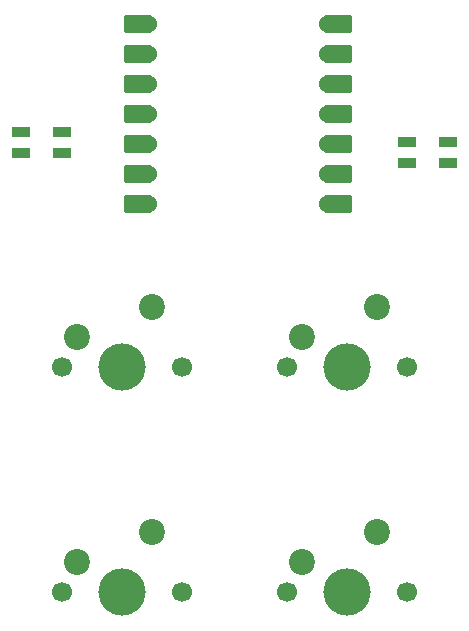
<source format=gbr>
%TF.GenerationSoftware,KiCad,Pcbnew,8.0.7*%
%TF.CreationDate,2025-05-21T00:02:28-04:00*%
%TF.ProjectId,macropad,6d616372-6f70-4616-942e-6b696361645f,rev?*%
%TF.SameCoordinates,Original*%
%TF.FileFunction,Soldermask,Top*%
%TF.FilePolarity,Negative*%
%FSLAX46Y46*%
G04 Gerber Fmt 4.6, Leading zero omitted, Abs format (unit mm)*
G04 Created by KiCad (PCBNEW 8.0.7) date 2025-05-21 00:02:28*
%MOMM*%
%LPD*%
G01*
G04 APERTURE LIST*
G04 Aperture macros list*
%AMRoundRect*
0 Rectangle with rounded corners*
0 $1 Rounding radius*
0 $2 $3 $4 $5 $6 $7 $8 $9 X,Y pos of 4 corners*
0 Add a 4 corners polygon primitive as box body*
4,1,4,$2,$3,$4,$5,$6,$7,$8,$9,$2,$3,0*
0 Add four circle primitives for the rounded corners*
1,1,$1+$1,$2,$3*
1,1,$1+$1,$4,$5*
1,1,$1+$1,$6,$7*
1,1,$1+$1,$8,$9*
0 Add four rect primitives between the rounded corners*
20,1,$1+$1,$2,$3,$4,$5,0*
20,1,$1+$1,$4,$5,$6,$7,0*
20,1,$1+$1,$6,$7,$8,$9,0*
20,1,$1+$1,$8,$9,$2,$3,0*%
G04 Aperture macros list end*
%ADD10RoundRect,0.152400X1.063600X0.609600X-1.063600X0.609600X-1.063600X-0.609600X1.063600X-0.609600X0*%
%ADD11C,1.524000*%
%ADD12RoundRect,0.152400X-1.063600X-0.609600X1.063600X-0.609600X1.063600X0.609600X-1.063600X0.609600X0*%
%ADD13C,1.700000*%
%ADD14C,4.000000*%
%ADD15C,2.200000*%
%ADD16R,1.600000X0.850000*%
G04 APERTURE END LIST*
D10*
%TO.C,U1*%
X190947500Y-99078750D03*
D11*
X191782500Y-99078750D03*
D10*
X190947500Y-101618750D03*
D11*
X191782500Y-101618750D03*
D10*
X190947500Y-104158750D03*
D11*
X191782500Y-104158750D03*
D10*
X190947500Y-106698750D03*
D11*
X191782500Y-106698750D03*
D10*
X190947500Y-109238750D03*
D11*
X191782500Y-109238750D03*
D10*
X190947500Y-111778750D03*
D11*
X191782500Y-111778750D03*
D10*
X190947500Y-114318750D03*
D11*
X191782500Y-114318750D03*
X207022500Y-114318750D03*
D12*
X207857500Y-114318750D03*
D11*
X207022500Y-111778750D03*
D12*
X207857500Y-111778750D03*
D11*
X207022500Y-109238750D03*
D12*
X207857500Y-109238750D03*
D11*
X207022500Y-106698750D03*
D12*
X207857500Y-106698750D03*
D11*
X207022500Y-104158750D03*
D12*
X207857500Y-104158750D03*
D11*
X207022500Y-101618750D03*
D12*
X207857500Y-101618750D03*
D11*
X207022500Y-99078750D03*
D12*
X207857500Y-99078750D03*
%TD*%
D13*
%TO.C,SW4*%
X184480000Y-147180000D03*
D14*
X189560000Y-147180000D03*
D13*
X194640000Y-147180000D03*
D15*
X192100000Y-142100000D03*
X185750000Y-144640000D03*
%TD*%
D16*
%TO.C,D1*%
X213690000Y-109080000D03*
X213690000Y-110830000D03*
X217190000Y-110830000D03*
X217190000Y-109080000D03*
%TD*%
D13*
%TO.C,SW3*%
X203530000Y-147180000D03*
D14*
X208610000Y-147180000D03*
D13*
X213690000Y-147180000D03*
D15*
X211150000Y-142100000D03*
X204800000Y-144640000D03*
%TD*%
D13*
%TO.C,SW2*%
X203530000Y-128130000D03*
D14*
X208610000Y-128130000D03*
D13*
X213690000Y-128130000D03*
D15*
X211150000Y-123050000D03*
X204800000Y-125590000D03*
%TD*%
D13*
%TO.C,SW1*%
X184480000Y-128130000D03*
D14*
X189560000Y-128130000D03*
D13*
X194640000Y-128130000D03*
D15*
X192100000Y-123050000D03*
X185750000Y-125590000D03*
%TD*%
D16*
%TO.C,D2*%
X180983750Y-108205000D03*
X180983750Y-109955000D03*
X184483750Y-109955000D03*
X184483750Y-108205000D03*
%TD*%
M02*

</source>
